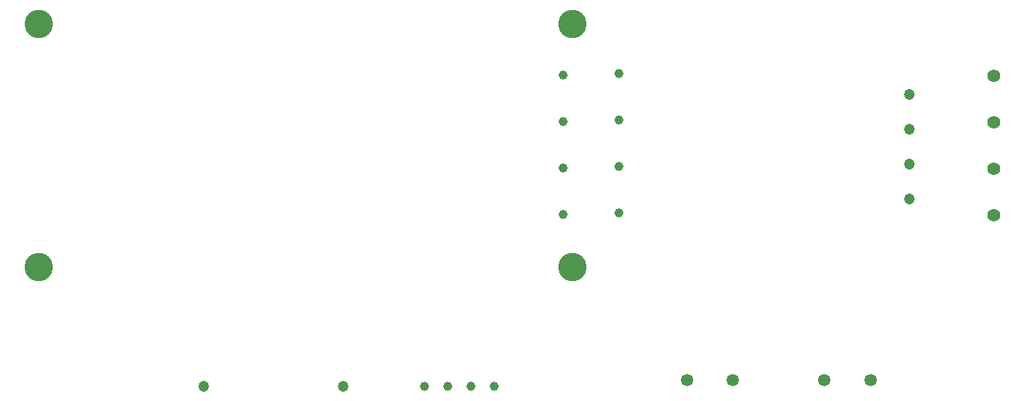
<source format=gbr>
%TF.GenerationSoftware,KiCad,Pcbnew,6.0.10+dfsg-1~bpo11+1*%
%TF.CreationDate,2023-03-07T10:26:19+00:00*%
%TF.ProjectId,mower_PowerDeviceCarrier,6d6f7765-725f-4506-9f77-657244657669,rev?*%
%TF.SameCoordinates,PX2b5aa20PY5837b10*%
%TF.FileFunction,Plated,1,2,PTH,Drill*%
%TF.FilePolarity,Positive*%
%FSLAX46Y46*%
G04 Gerber Fmt 4.6, Leading zero omitted, Abs format (unit mm)*
G04 Created by KiCad (PCBNEW 6.0.10+dfsg-1~bpo11+1) date 2023-03-07 10:26:19*
%MOMM*%
%LPD*%
G01*
G04 APERTURE LIST*
%TA.AperFunction,ComponentDrill*%
%ADD10C,1.000000*%
%TD*%
%TA.AperFunction,ComponentDrill*%
%ADD11C,1.200000*%
%TD*%
%TA.AperFunction,ComponentDrill*%
%ADD12C,1.350000*%
%TD*%
%TA.AperFunction,ComponentDrill*%
%ADD13C,1.400000*%
%TD*%
%TA.AperFunction,ComponentDrill*%
%ADD14C,3.100000*%
%TD*%
G04 APERTURE END LIST*
D10*
%TO.C,J2*%
X85149400Y-109309200D03*
X87689400Y-109309200D03*
X90229400Y-109309200D03*
X92769400Y-109309200D03*
%TO.C,A1*%
X100299200Y-75310800D03*
X100299200Y-80390800D03*
X100299200Y-85470800D03*
X100299200Y-90550800D03*
%TO.C,J4*%
X106420000Y-75180000D03*
X106420000Y-80260000D03*
X106420000Y-85340000D03*
X106420000Y-90420000D03*
D11*
%TO.C,R1*%
X61019400Y-109309200D03*
X76259400Y-109309200D03*
%TO.C,J3*%
X138170000Y-77466000D03*
X138170000Y-81276000D03*
X138170000Y-85086000D03*
X138170000Y-88896000D03*
D12*
%TO.C,F1*%
X113866000Y-108708000D03*
X118866000Y-108708000D03*
X128866000Y-108708000D03*
X133866000Y-108708000D03*
D13*
%TO.C,J1*%
X147353500Y-75401600D03*
X147353500Y-80481600D03*
X147353500Y-85561600D03*
X147353500Y-90641600D03*
D14*
%TO.C,A1*%
X42959200Y-69680800D03*
X42959200Y-96280800D03*
X101309200Y-96310800D03*
X101319200Y-69760800D03*
M02*

</source>
